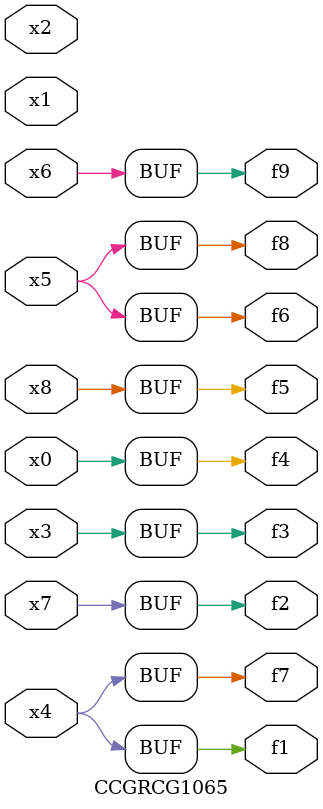
<source format=v>
module CCGRCG1065(
	input x0, x1, x2, x3, x4, x5, x6, x7, x8,
	output f1, f2, f3, f4, f5, f6, f7, f8, f9
);
	assign f1 = x4;
	assign f2 = x7;
	assign f3 = x3;
	assign f4 = x0;
	assign f5 = x8;
	assign f6 = x5;
	assign f7 = x4;
	assign f8 = x5;
	assign f9 = x6;
endmodule

</source>
